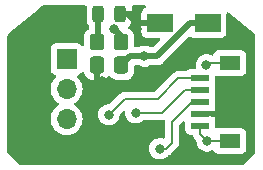
<source format=gbr>
%TF.GenerationSoftware,KiCad,Pcbnew,7.0.2*%
%TF.CreationDate,2023-10-18T18:01:29-04:00*%
%TF.ProjectId,encoder_go_v1_rev2,656e636f-6465-4725-9f67-6f5f76315f72,rev?*%
%TF.SameCoordinates,Original*%
%TF.FileFunction,Copper,L1,Top*%
%TF.FilePolarity,Positive*%
%FSLAX46Y46*%
G04 Gerber Fmt 4.6, Leading zero omitted, Abs format (unit mm)*
G04 Created by KiCad (PCBNEW 7.0.2) date 2023-10-18 18:01:29*
%MOMM*%
%LPD*%
G01*
G04 APERTURE LIST*
G04 Aperture macros list*
%AMRoundRect*
0 Rectangle with rounded corners*
0 $1 Rounding radius*
0 $2 $3 $4 $5 $6 $7 $8 $9 X,Y pos of 4 corners*
0 Add a 4 corners polygon primitive as box body*
4,1,4,$2,$3,$4,$5,$6,$7,$8,$9,$2,$3,0*
0 Add four circle primitives for the rounded corners*
1,1,$1+$1,$2,$3*
1,1,$1+$1,$4,$5*
1,1,$1+$1,$6,$7*
1,1,$1+$1,$8,$9*
0 Add four rect primitives between the rounded corners*
20,1,$1+$1,$2,$3,$4,$5,0*
20,1,$1+$1,$4,$5,$6,$7,0*
20,1,$1+$1,$6,$7,$8,$9,0*
20,1,$1+$1,$8,$9,$2,$3,0*%
G04 Aperture macros list end*
%TA.AperFunction,SMDPad,CuDef*%
%ADD10RoundRect,0.250000X-0.350000X-0.450000X0.350000X-0.450000X0.350000X0.450000X-0.350000X0.450000X0*%
%TD*%
%TA.AperFunction,SMDPad,CuDef*%
%ADD11RoundRect,0.250000X-0.337500X-0.475000X0.337500X-0.475000X0.337500X0.475000X-0.337500X0.475000X0*%
%TD*%
%TA.AperFunction,SMDPad,CuDef*%
%ADD12RoundRect,0.243750X0.243750X0.456250X-0.243750X0.456250X-0.243750X-0.456250X0.243750X-0.456250X0*%
%TD*%
%TA.AperFunction,SMDPad,CuDef*%
%ADD13R,1.550000X0.600000*%
%TD*%
%TA.AperFunction,SMDPad,CuDef*%
%ADD14R,1.800000X1.200000*%
%TD*%
%TA.AperFunction,SMDPad,CuDef*%
%ADD15R,2.200000X1.550000*%
%TD*%
%TA.AperFunction,ComponentPad*%
%ADD16R,1.700000X1.700000*%
%TD*%
%TA.AperFunction,ComponentPad*%
%ADD17O,1.700000X1.700000*%
%TD*%
%TA.AperFunction,ViaPad*%
%ADD18C,0.800000*%
%TD*%
%TA.AperFunction,Conductor*%
%ADD19C,0.500000*%
%TD*%
%TA.AperFunction,Conductor*%
%ADD20C,0.200000*%
%TD*%
G04 APERTURE END LIST*
D10*
%TO.P,R1,1*%
%TO.N,Net-(D1-A)*%
X147100318Y-95107832D03*
%TO.P,R1,2*%
%TO.N,GND*%
X149100318Y-95107832D03*
%TD*%
D11*
%TO.P,C1,1*%
%TO.N,+3.3V*%
X147066558Y-97070701D03*
%TO.P,C1,2*%
%TO.N,GND*%
X149141558Y-97070701D03*
%TD*%
D12*
%TO.P,D1,1,K*%
%TO.N,+3.3V*%
X149060501Y-92740999D03*
%TO.P,D1,2,A*%
%TO.N,Net-(D1-A)*%
X147185501Y-92740999D03*
%TD*%
D13*
%TO.P,J1,1,1*%
%TO.N,CS*%
X155812000Y-98187000D03*
%TO.P,J1,2,2*%
%TO.N,SCL*%
X155812000Y-99187000D03*
%TO.P,J1,3,3*%
%TO.N,SDA*%
X155812000Y-100187000D03*
%TO.P,J1,4,4*%
%TO.N,+3.3V*%
X155812000Y-101187000D03*
%TO.P,J1,5,5*%
%TO.N,GND*%
X155812000Y-102187000D03*
D14*
%TO.P,J1,S1,SHIELD*%
X158337000Y-96887000D03*
%TO.P,J1,S2,SHIELD__1*%
X158337000Y-103487000D03*
%TD*%
D15*
%TO.P,D2,1,1*%
%TO.N,+3.3V*%
X152445000Y-93486999D03*
%TO.P,D2,2,2*%
%TO.N,GND*%
X156445000Y-93486999D03*
%TD*%
D16*
%TO.P,J2,1,Pin_1*%
%TO.N,Net-(J2-Pin_1)*%
X144503000Y-96531999D03*
D17*
%TO.P,J2,2,Pin_2*%
%TO.N,Net-(J2-Pin_2)*%
X144503000Y-99071999D03*
%TO.P,J2,3,Pin_3*%
%TO.N,Net-(J2-Pin_3)*%
X144503000Y-101611999D03*
%TD*%
D18*
%TO.N,+3.3V*%
X154000000Y-96000000D03*
X150500000Y-94000000D03*
X147500000Y-98372499D03*
%TO.N,GND*%
X156350014Y-97043499D03*
X148500000Y-94000000D03*
X151099450Y-96305886D03*
X156399266Y-103487000D03*
%TO.N,SDA*%
X152400000Y-104140000D03*
%TO.N,SCL*%
X150368000Y-101092000D03*
%TO.N,CS*%
X148093836Y-101259094D03*
%TD*%
D19*
%TO.N,GND*%
X154979000Y-93486999D02*
X156445000Y-93486999D01*
X149906373Y-96305886D02*
X149141558Y-97070701D01*
X151099450Y-96305886D02*
X149906373Y-96305886D01*
X152160113Y-96305886D02*
X154979000Y-93486999D01*
X151099450Y-96305886D02*
X152160113Y-96305886D01*
%TO.N,+3.3V*%
X150500000Y-93500000D02*
X149740999Y-92740999D01*
X149740999Y-92740999D02*
X149060501Y-92740999D01*
X150500000Y-94000000D02*
X150500000Y-93500000D01*
%TO.N,GND*%
X149100318Y-94600318D02*
X149100318Y-95107832D01*
X148500000Y-94000000D02*
X149100318Y-94600318D01*
%TO.N,Net-(D1-A)*%
X147185501Y-92740999D02*
X147185501Y-95022649D01*
X147185501Y-95022649D02*
X147100318Y-95107832D01*
D20*
%TO.N,GND*%
X156506513Y-96887000D02*
X158337000Y-96887000D01*
X155812000Y-102899734D02*
X155812000Y-102187000D01*
X156399266Y-103487000D02*
X155812000Y-102899734D01*
X156399266Y-103487000D02*
X158337000Y-103487000D01*
X156350014Y-97043499D02*
X156506513Y-96887000D01*
%TO.N,SDA*%
X153416000Y-101908000D02*
X155137000Y-100187000D01*
X152400000Y-104140000D02*
X152908000Y-104140000D01*
X152908000Y-104140000D02*
X153416000Y-103632000D01*
X153416000Y-103632000D02*
X153416000Y-101908000D01*
X155137000Y-100187000D02*
X155812000Y-100187000D01*
%TO.N,SCL*%
X150368000Y-101092000D02*
X152597024Y-101092000D01*
X154502024Y-99187000D02*
X155812000Y-99187000D01*
X152597024Y-101092000D02*
X154502024Y-99187000D01*
%TO.N,CS*%
X148093836Y-101259094D02*
X149433124Y-99919806D01*
X152232562Y-99919806D02*
X153965368Y-98187000D01*
X153965368Y-98187000D02*
X155812000Y-98187000D01*
X149433124Y-99919806D02*
X152232562Y-99919806D01*
%TD*%
%TA.AperFunction,Conductor*%
%TO.N,+3.3V*%
G36*
X146151250Y-92019685D02*
G01*
X146197005Y-92072489D01*
X146207568Y-92136602D01*
X146205522Y-92156628D01*
X146197820Y-92232021D01*
X146197819Y-92232035D01*
X146197501Y-92235151D01*
X146197501Y-93246847D01*
X146197819Y-93249960D01*
X146197820Y-93249979D01*
X146207913Y-93348774D01*
X146262638Y-93513922D01*
X146353976Y-93662004D01*
X146398681Y-93706708D01*
X146432167Y-93768031D01*
X146435001Y-93794390D01*
X146435001Y-93901332D01*
X146415316Y-93968371D01*
X146376098Y-94006870D01*
X146281661Y-94065119D01*
X146157606Y-94189174D01*
X146065504Y-94338497D01*
X146010318Y-94505034D01*
X146000137Y-94604690D01*
X146000135Y-94604710D01*
X145999818Y-94607823D01*
X145999818Y-94610970D01*
X145999818Y-94610971D01*
X145999818Y-95338314D01*
X145980133Y-95405353D01*
X145927329Y-95451108D01*
X145858171Y-95461052D01*
X145794615Y-95432027D01*
X145776554Y-95412628D01*
X145710546Y-95324453D01*
X145595331Y-95238203D01*
X145460483Y-95187908D01*
X145400873Y-95181499D01*
X145397550Y-95181499D01*
X143608439Y-95181499D01*
X143608420Y-95181499D01*
X143605128Y-95181500D01*
X143601848Y-95181852D01*
X143601840Y-95181853D01*
X143545515Y-95187908D01*
X143410669Y-95238203D01*
X143295454Y-95324453D01*
X143209204Y-95439667D01*
X143178596Y-95521733D01*
X143158909Y-95574516D01*
X143152500Y-95634126D01*
X143152500Y-95637447D01*
X143152500Y-95637448D01*
X143152500Y-97426559D01*
X143152500Y-97426577D01*
X143152501Y-97429871D01*
X143152853Y-97433151D01*
X143152854Y-97433158D01*
X143158909Y-97489483D01*
X143174599Y-97531550D01*
X143209204Y-97624330D01*
X143295454Y-97739545D01*
X143410669Y-97825795D01*
X143515309Y-97864823D01*
X143542082Y-97874809D01*
X143598016Y-97916680D01*
X143622433Y-97982145D01*
X143607581Y-98050418D01*
X143586431Y-98078672D01*
X143464503Y-98200600D01*
X143328965Y-98394169D01*
X143229097Y-98608335D01*
X143167936Y-98836591D01*
X143147340Y-99071999D01*
X143167936Y-99307406D01*
X143212709Y-99474501D01*
X143229097Y-99535662D01*
X143328965Y-99749829D01*
X143464505Y-99943400D01*
X143631599Y-100110494D01*
X143817160Y-100240425D01*
X143860783Y-100295001D01*
X143867976Y-100364500D01*
X143836454Y-100426854D01*
X143817159Y-100443574D01*
X143631595Y-100573507D01*
X143464505Y-100740597D01*
X143328965Y-100934169D01*
X143229097Y-101148335D01*
X143167936Y-101376591D01*
X143147340Y-101611998D01*
X143167936Y-101847406D01*
X143206814Y-101992500D01*
X143229097Y-102075662D01*
X143328965Y-102289829D01*
X143464505Y-102483400D01*
X143631599Y-102650494D01*
X143825170Y-102786034D01*
X144039337Y-102885902D01*
X144267592Y-102947061D01*
X144267592Y-102947062D01*
X144502999Y-102967658D01*
X144502999Y-102967657D01*
X144503000Y-102967658D01*
X144738408Y-102947062D01*
X144966663Y-102885902D01*
X145180830Y-102786034D01*
X145374401Y-102650494D01*
X145541495Y-102483400D01*
X145677035Y-102289829D01*
X145776903Y-102075662D01*
X145838063Y-101847407D01*
X145858659Y-101611999D01*
X145838063Y-101376591D01*
X145806580Y-101259093D01*
X147188376Y-101259093D01*
X147208162Y-101447351D01*
X147266656Y-101627378D01*
X147361302Y-101791310D01*
X147487965Y-101931983D01*
X147641105Y-102043245D01*
X147814033Y-102120238D01*
X147999188Y-102159594D01*
X147999190Y-102159594D01*
X148188484Y-102159594D01*
X148311919Y-102133356D01*
X148373639Y-102120238D01*
X148546566Y-102043245D01*
X148678540Y-101947361D01*
X148699706Y-101931983D01*
X148721301Y-101908000D01*
X148826369Y-101791310D01*
X148921015Y-101627378D01*
X148979510Y-101447350D01*
X148999296Y-101259094D01*
X148999295Y-101259092D01*
X149000658Y-101246132D01*
X149003892Y-101246471D01*
X149012694Y-101198316D01*
X149035767Y-101166396D01*
X149256324Y-100945839D01*
X149317645Y-100912356D01*
X149387337Y-100917340D01*
X149443270Y-100959212D01*
X149467687Y-101024676D01*
X149467324Y-101046483D01*
X149462540Y-101091999D01*
X149482326Y-101280257D01*
X149540820Y-101460284D01*
X149635466Y-101624216D01*
X149762129Y-101764889D01*
X149915269Y-101876151D01*
X150088197Y-101953144D01*
X150273352Y-101992500D01*
X150273354Y-101992500D01*
X150462648Y-101992500D01*
X150586083Y-101966262D01*
X150647803Y-101953144D01*
X150820730Y-101876151D01*
X150973871Y-101764888D01*
X150986162Y-101751238D01*
X151002110Y-101733527D01*
X151061597Y-101696879D01*
X151094259Y-101692500D01*
X152549537Y-101692500D01*
X152565721Y-101693560D01*
X152597024Y-101697682D01*
X152682041Y-101686489D01*
X152751074Y-101697254D01*
X152803330Y-101743634D01*
X152822216Y-101810903D01*
X152821164Y-101825613D01*
X152810317Y-101907999D01*
X152814439Y-101939301D01*
X152815500Y-101955487D01*
X152815500Y-103154571D01*
X152795815Y-103221610D01*
X152743011Y-103267365D01*
X152673853Y-103277309D01*
X152665720Y-103275861D01*
X152494649Y-103239500D01*
X152494646Y-103239500D01*
X152305354Y-103239500D01*
X152305352Y-103239500D01*
X152120197Y-103278855D01*
X151947269Y-103355848D01*
X151794129Y-103467110D01*
X151667466Y-103607783D01*
X151572820Y-103771715D01*
X151514326Y-103951742D01*
X151494540Y-104140000D01*
X151514326Y-104328257D01*
X151572820Y-104508284D01*
X151667466Y-104672216D01*
X151794129Y-104812889D01*
X151947269Y-104924151D01*
X152120197Y-105001144D01*
X152305352Y-105040500D01*
X152305354Y-105040500D01*
X152494648Y-105040500D01*
X152618083Y-105014262D01*
X152679803Y-105001144D01*
X152852730Y-104924151D01*
X153005871Y-104812888D01*
X153078210Y-104732546D01*
X153122903Y-104700960D01*
X153210841Y-104664536D01*
X153210841Y-104664535D01*
X153210841Y-104664534D01*
X153218305Y-104661443D01*
X153227082Y-104652072D01*
X153336282Y-104568282D01*
X153355509Y-104543223D01*
X153366190Y-104531043D01*
X153807044Y-104090190D01*
X153819234Y-104079501D01*
X153844282Y-104060282D01*
X153940536Y-103934841D01*
X154001044Y-103788762D01*
X154016500Y-103671361D01*
X154021682Y-103632000D01*
X154017561Y-103600696D01*
X154016500Y-103584511D01*
X154016500Y-102208096D01*
X154036185Y-102141057D01*
X154052814Y-102120419D01*
X154324822Y-101848411D01*
X154386142Y-101814929D01*
X154455833Y-101819913D01*
X154511767Y-101861784D01*
X154536184Y-101927249D01*
X154536500Y-101936095D01*
X154536500Y-102531560D01*
X154536500Y-102531578D01*
X154536501Y-102534872D01*
X154542909Y-102594483D01*
X154593204Y-102729331D01*
X154679454Y-102844546D01*
X154794669Y-102930796D01*
X154929517Y-102981091D01*
X154989127Y-102987500D01*
X155115522Y-102987499D01*
X155182561Y-103007183D01*
X155228316Y-103059987D01*
X155230083Y-103064046D01*
X155287464Y-103202575D01*
X155383716Y-103328015D01*
X155408768Y-103347237D01*
X155420964Y-103357933D01*
X155457331Y-103394300D01*
X155490816Y-103455623D01*
X155491829Y-103474103D01*
X155492444Y-103474039D01*
X155513592Y-103675257D01*
X155572086Y-103855284D01*
X155666732Y-104019216D01*
X155793395Y-104159889D01*
X155946535Y-104271151D01*
X156119463Y-104348144D01*
X156304618Y-104387500D01*
X156304620Y-104387500D01*
X156493914Y-104387500D01*
X156617349Y-104361262D01*
X156679069Y-104348144D01*
X156834839Y-104278789D01*
X156904088Y-104269505D01*
X156967364Y-104299133D01*
X156984541Y-104317758D01*
X156993203Y-104329329D01*
X156993204Y-104329331D01*
X157079454Y-104444546D01*
X157194669Y-104530796D01*
X157329517Y-104581091D01*
X157389127Y-104587500D01*
X159284872Y-104587499D01*
X159344483Y-104581091D01*
X159479331Y-104530796D01*
X159594546Y-104444546D01*
X159680796Y-104329331D01*
X159731091Y-104194483D01*
X159737500Y-104134873D01*
X159737499Y-102839128D01*
X159731091Y-102779517D01*
X159680796Y-102644669D01*
X159594546Y-102529454D01*
X159479331Y-102443204D01*
X159344483Y-102392909D01*
X159284873Y-102386500D01*
X159281550Y-102386500D01*
X157392439Y-102386500D01*
X157392420Y-102386500D01*
X157389128Y-102386501D01*
X157385848Y-102386853D01*
X157385840Y-102386854D01*
X157329513Y-102392909D01*
X157254831Y-102420764D01*
X157185140Y-102425748D01*
X157123817Y-102392262D01*
X157090333Y-102330939D01*
X157087499Y-102304582D01*
X157087499Y-101842439D01*
X157087498Y-101842438D01*
X157087499Y-101839128D01*
X157081091Y-101779517D01*
X157062478Y-101729615D01*
X157057495Y-101659926D01*
X157062480Y-101642947D01*
X157080598Y-101594374D01*
X157086646Y-101538114D01*
X157087000Y-101531518D01*
X157087000Y-101437000D01*
X156835069Y-101437000D01*
X156791737Y-101429182D01*
X156694483Y-101392909D01*
X156634873Y-101386500D01*
X156631551Y-101386500D01*
X155686000Y-101386500D01*
X155618961Y-101366815D01*
X155573206Y-101314011D01*
X155562000Y-101262500D01*
X155562000Y-101111499D01*
X155581685Y-101044460D01*
X155634489Y-100998705D01*
X155686000Y-100987499D01*
X156631561Y-100987499D01*
X156634872Y-100987499D01*
X156694483Y-100981091D01*
X156791736Y-100944817D01*
X156835069Y-100937000D01*
X157087000Y-100937000D01*
X157087000Y-100842481D01*
X157086646Y-100835885D01*
X157080597Y-100779622D01*
X157062480Y-100731049D01*
X157057494Y-100661358D01*
X157062474Y-100644395D01*
X157081091Y-100594483D01*
X157087500Y-100534873D01*
X157087499Y-99839128D01*
X157081091Y-99779517D01*
X157062745Y-99730331D01*
X157057762Y-99660643D01*
X157062747Y-99643665D01*
X157081090Y-99594485D01*
X157081089Y-99594485D01*
X157081091Y-99594483D01*
X157087500Y-99534873D01*
X157087499Y-98839128D01*
X157081091Y-98779517D01*
X157062745Y-98730331D01*
X157057762Y-98660643D01*
X157062747Y-98643665D01*
X157081090Y-98594485D01*
X157081089Y-98594485D01*
X157081091Y-98594483D01*
X157087500Y-98534873D01*
X157087499Y-98069415D01*
X157107183Y-98002378D01*
X157159987Y-97956623D01*
X157229146Y-97946679D01*
X157254827Y-97953233D01*
X157329517Y-97981091D01*
X157389127Y-97987500D01*
X159284872Y-97987499D01*
X159344483Y-97981091D01*
X159479331Y-97930796D01*
X159594546Y-97844546D01*
X159680796Y-97729331D01*
X159731091Y-97594483D01*
X159737500Y-97534873D01*
X159737499Y-96239128D01*
X159731091Y-96179517D01*
X159680796Y-96044669D01*
X159594546Y-95929454D01*
X159479331Y-95843204D01*
X159344483Y-95792909D01*
X159284873Y-95786500D01*
X159281550Y-95786500D01*
X157392439Y-95786500D01*
X157392420Y-95786500D01*
X157389128Y-95786501D01*
X157385848Y-95786853D01*
X157385840Y-95786854D01*
X157329515Y-95792909D01*
X157194669Y-95843204D01*
X157079454Y-95929454D01*
X156993204Y-96044669D01*
X156943514Y-96177894D01*
X156901642Y-96233827D01*
X156836178Y-96258244D01*
X156776896Y-96247839D01*
X156629816Y-96182354D01*
X156444662Y-96142999D01*
X156444660Y-96142999D01*
X156255368Y-96142999D01*
X156255366Y-96142999D01*
X156070211Y-96182354D01*
X155897283Y-96259347D01*
X155744143Y-96370609D01*
X155617480Y-96511282D01*
X155522834Y-96675214D01*
X155464340Y-96855241D01*
X155444554Y-97043498D01*
X155444554Y-97043499D01*
X155464340Y-97231755D01*
X155464340Y-97231757D01*
X155465703Y-97244717D01*
X155462477Y-97245056D01*
X155463870Y-97294040D01*
X155427781Y-97353868D01*
X155365075Y-97384687D01*
X155343948Y-97386500D01*
X154992439Y-97386500D01*
X154992420Y-97386500D01*
X154989128Y-97386501D01*
X154985848Y-97386853D01*
X154985840Y-97386854D01*
X154929515Y-97392909D01*
X154794669Y-97443204D01*
X154732850Y-97489482D01*
X154679454Y-97529454D01*
X154673946Y-97536811D01*
X154618014Y-97578681D01*
X154574680Y-97586500D01*
X154012855Y-97586500D01*
X153996670Y-97585439D01*
X153992744Y-97584922D01*
X153965367Y-97581317D01*
X153856057Y-97595709D01*
X153808605Y-97601956D01*
X153662529Y-97662462D01*
X153621490Y-97693953D01*
X153537086Y-97758718D01*
X153537084Y-97758719D01*
X153537083Y-97758721D01*
X153517858Y-97783774D01*
X153507166Y-97795965D01*
X152020146Y-99282987D01*
X151958823Y-99316472D01*
X151932465Y-99319306D01*
X149480611Y-99319306D01*
X149464426Y-99318245D01*
X149460500Y-99317728D01*
X149433123Y-99314123D01*
X149255035Y-99337568D01*
X149254228Y-99338716D01*
X149224455Y-99356262D01*
X149130281Y-99395270D01*
X149004840Y-99491524D01*
X148985618Y-99516576D01*
X148974924Y-99528770D01*
X148181420Y-100322275D01*
X148120097Y-100355760D01*
X148093739Y-100358594D01*
X147999188Y-100358594D01*
X147814033Y-100397949D01*
X147641105Y-100474942D01*
X147487965Y-100586204D01*
X147361302Y-100726877D01*
X147266656Y-100890809D01*
X147208162Y-101070836D01*
X147188376Y-101259093D01*
X145806580Y-101259093D01*
X145776903Y-101148336D01*
X145677035Y-100934170D01*
X145541495Y-100740598D01*
X145374401Y-100573504D01*
X145188839Y-100443572D01*
X145145216Y-100388997D01*
X145138022Y-100319499D01*
X145169545Y-100257144D01*
X145188837Y-100240427D01*
X145374401Y-100110494D01*
X145541495Y-99943400D01*
X145677035Y-99749829D01*
X145776903Y-99535662D01*
X145838063Y-99307407D01*
X145858659Y-99071999D01*
X145838063Y-98836591D01*
X145776903Y-98608336D01*
X145677035Y-98394170D01*
X145541495Y-98200598D01*
X145419569Y-98078672D01*
X145386084Y-98017349D01*
X145391068Y-97947657D01*
X145432940Y-97891724D01*
X145463915Y-97874809D01*
X145595331Y-97825795D01*
X145710546Y-97739545D01*
X145771106Y-97658646D01*
X145827039Y-97616775D01*
X145896731Y-97611791D01*
X145958054Y-97645276D01*
X145988079Y-97693953D01*
X146044700Y-97864823D01*
X146136741Y-98014046D01*
X146260712Y-98138017D01*
X146409935Y-98230058D01*
X146576361Y-98285207D01*
X146675948Y-98295381D01*
X146682226Y-98295700D01*
X146816557Y-98295700D01*
X146816558Y-98295699D01*
X146816558Y-96944701D01*
X146836243Y-96877662D01*
X146889047Y-96831907D01*
X146940558Y-96820701D01*
X147192558Y-96820701D01*
X147259597Y-96840386D01*
X147305352Y-96893190D01*
X147316558Y-96944701D01*
X147316558Y-98295700D01*
X147450887Y-98295700D01*
X147457169Y-98295379D01*
X147556753Y-98285207D01*
X147723180Y-98230058D01*
X147872403Y-98138017D01*
X147996371Y-98014049D01*
X147998222Y-98011049D01*
X148050168Y-97964322D01*
X148119130Y-97953097D01*
X148183214Y-97980937D01*
X148209304Y-98011046D01*
X148211348Y-98014360D01*
X148335400Y-98138412D01*
X148335402Y-98138413D01*
X148484724Y-98230515D01*
X148596075Y-98267413D01*
X148651260Y-98285700D01*
X148750916Y-98295881D01*
X148750917Y-98295881D01*
X148754049Y-98296201D01*
X149102963Y-98296200D01*
X149170002Y-98315884D01*
X149192384Y-98334294D01*
X149201943Y-98344244D01*
X149698665Y-98350453D01*
X149698665Y-98350452D01*
X149698667Y-98350453D01*
X149725759Y-98334294D01*
X149899749Y-98230515D01*
X149966000Y-98190999D01*
X149966000Y-98171489D01*
X149985685Y-98104450D01*
X150002319Y-98083807D01*
X150016709Y-98069417D01*
X150071770Y-98014357D01*
X150163872Y-97865035D01*
X150219057Y-97698498D01*
X150229558Y-97595710D01*
X150229557Y-97180385D01*
X150249241Y-97113347D01*
X150302045Y-97067592D01*
X150353557Y-97056386D01*
X150560113Y-97056386D01*
X150627152Y-97076071D01*
X150633000Y-97080069D01*
X150646721Y-97090038D01*
X150819647Y-97167030D01*
X151004802Y-97206386D01*
X151004804Y-97206386D01*
X151194098Y-97206386D01*
X151317533Y-97180148D01*
X151379253Y-97167030D01*
X151552180Y-97090037D01*
X151565899Y-97080069D01*
X151631706Y-97056588D01*
X151638787Y-97056386D01*
X152096407Y-97056386D01*
X152114377Y-97057695D01*
X152118433Y-97058288D01*
X152138136Y-97061175D01*
X152187481Y-97056858D01*
X152198289Y-97056386D01*
X152200213Y-97056386D01*
X152203822Y-97056386D01*
X152234663Y-97052780D01*
X152238144Y-97052425D01*
X152312910Y-97045885D01*
X152312910Y-97045884D01*
X152314165Y-97045775D01*
X152333175Y-97041560D01*
X152334363Y-97041127D01*
X152334368Y-97041127D01*
X152404933Y-97015443D01*
X152408208Y-97014305D01*
X152479447Y-96990700D01*
X152479449Y-96990698D01*
X152480649Y-96990301D01*
X152498181Y-96981813D01*
X152561909Y-96939899D01*
X152564952Y-96937960D01*
X152629842Y-96897936D01*
X152644937Y-96885639D01*
X152645805Y-96884718D01*
X152645809Y-96884716D01*
X152697298Y-96830139D01*
X152699744Y-96827621D01*
X154865938Y-94661427D01*
X154927259Y-94627944D01*
X154996951Y-94632928D01*
X155027923Y-94649840D01*
X155102669Y-94705795D01*
X155237517Y-94756090D01*
X155297127Y-94762499D01*
X157592872Y-94762498D01*
X157652483Y-94756090D01*
X157787331Y-94705795D01*
X157902546Y-94619545D01*
X157988796Y-94504330D01*
X158039091Y-94369482D01*
X158045500Y-94309872D01*
X158045499Y-92719326D01*
X158065184Y-92652288D01*
X158117987Y-92606533D01*
X158187146Y-92596589D01*
X158248881Y-92624067D01*
X158658352Y-92965293D01*
X160455382Y-94462819D01*
X160494281Y-94520858D01*
X160499999Y-94558078D01*
X160500000Y-104448637D01*
X160480315Y-104515676D01*
X160463681Y-104536318D01*
X159536319Y-105463681D01*
X159474996Y-105497166D01*
X159448638Y-105500000D01*
X156500000Y-105500000D01*
X153000000Y-105500000D01*
X147000000Y-105500000D01*
X143500000Y-105500000D01*
X140551362Y-105500000D01*
X140484323Y-105480315D01*
X140463681Y-105463681D01*
X139536319Y-104536319D01*
X139502834Y-104474996D01*
X139500000Y-104448638D01*
X139500000Y-94558078D01*
X139519685Y-94491039D01*
X139544617Y-94462819D01*
X139656622Y-94369482D01*
X141717254Y-92652288D01*
X142465511Y-92028741D01*
X142529614Y-92000945D01*
X142544894Y-92000000D01*
X146084211Y-92000000D01*
X146151250Y-92019685D01*
G37*
%TD.AperFunction*%
%TA.AperFunction,Conductor*%
G36*
X151202933Y-92019685D02*
G01*
X151248688Y-92072489D01*
X151258632Y-92141647D01*
X151229607Y-92205203D01*
X151179228Y-92240182D01*
X151102910Y-92268646D01*
X150987811Y-92354810D01*
X150901647Y-92469909D01*
X150851400Y-92604627D01*
X150845354Y-92660866D01*
X150845000Y-92667480D01*
X150845000Y-93236999D01*
X152571000Y-93236999D01*
X152638039Y-93256684D01*
X152683794Y-93309488D01*
X152695000Y-93360999D01*
X152695000Y-93612999D01*
X152675315Y-93680038D01*
X152622511Y-93725793D01*
X152571000Y-93736999D01*
X150845000Y-93736999D01*
X150845000Y-94306517D01*
X150845354Y-94313131D01*
X150851400Y-94369370D01*
X150901647Y-94504088D01*
X150987811Y-94619187D01*
X151102910Y-94705351D01*
X151237628Y-94755598D01*
X151293867Y-94761644D01*
X151300482Y-94761999D01*
X152343270Y-94761999D01*
X152410309Y-94781684D01*
X152456064Y-94834488D01*
X152466008Y-94903646D01*
X152436983Y-94967202D01*
X152430951Y-94973680D01*
X151885564Y-95519067D01*
X151824241Y-95552552D01*
X151797883Y-95555386D01*
X151638787Y-95555386D01*
X151571748Y-95535701D01*
X151565900Y-95531703D01*
X151552178Y-95521733D01*
X151379252Y-95444741D01*
X151194098Y-95405386D01*
X151194096Y-95405386D01*
X151004804Y-95405386D01*
X151004802Y-95405386D01*
X150819647Y-95444741D01*
X150646721Y-95521733D01*
X150633000Y-95531703D01*
X150567194Y-95555184D01*
X150560113Y-95555386D01*
X150324818Y-95555386D01*
X150257779Y-95535701D01*
X150212024Y-95482897D01*
X150200818Y-95431386D01*
X150200817Y-94610973D01*
X150200817Y-94610971D01*
X150200817Y-94607824D01*
X150190317Y-94505035D01*
X150135132Y-94338498D01*
X150043030Y-94189176D01*
X150043029Y-94189174D01*
X149918975Y-94065120D01*
X149786015Y-93983111D01*
X149739290Y-93931164D01*
X149728067Y-93862201D01*
X149755910Y-93798119D01*
X149763430Y-93789890D01*
X149891631Y-93661689D01*
X149982906Y-93513709D01*
X150037594Y-93348672D01*
X150047681Y-93249937D01*
X150048001Y-93243659D01*
X150048001Y-92990999D01*
X148934501Y-92990999D01*
X148867462Y-92971314D01*
X148821707Y-92918510D01*
X148810501Y-92866999D01*
X148810501Y-92614999D01*
X148830186Y-92547960D01*
X148882990Y-92502205D01*
X148934501Y-92490999D01*
X150048001Y-92490999D01*
X150048001Y-92238338D01*
X150047681Y-92232060D01*
X150037929Y-92136603D01*
X150050698Y-92067910D01*
X150098579Y-92017025D01*
X150161287Y-92000000D01*
X151135894Y-92000000D01*
X151202933Y-92019685D01*
G37*
%TD.AperFunction*%
%TD*%
M02*

</source>
